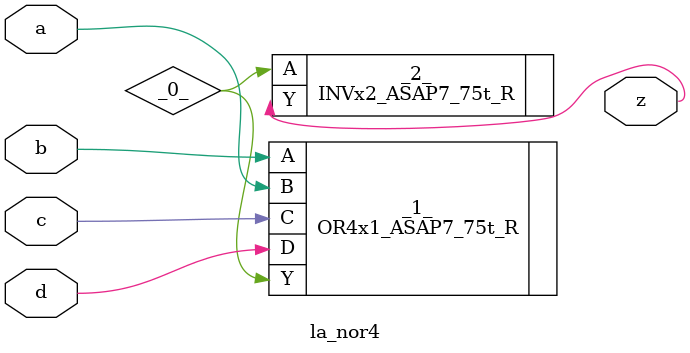
<source format=v>

/* Generated by Yosys 0.44 (git sha1 80ba43d26, g++ 11.4.0-1ubuntu1~22.04 -fPIC -O3) */

(* top =  1  *)
(* src = "inputs/la_nor4.v:10.1-22.10" *)
module la_nor4 (
    a,
    b,
    c,
    d,
    z
);
  wire _0_;
  (* src = "inputs/la_nor4.v:13.12-13.13" *)
  input a;
  wire a;
  (* src = "inputs/la_nor4.v:14.12-14.13" *)
  input b;
  wire b;
  (* src = "inputs/la_nor4.v:15.12-15.13" *)
  input c;
  wire c;
  (* src = "inputs/la_nor4.v:16.12-16.13" *)
  input d;
  wire d;
  (* src = "inputs/la_nor4.v:17.12-17.13" *)
  output z;
  wire z;
  OR4x1_ASAP7_75t_R _1_ (
      .A(b),
      .B(a),
      .C(c),
      .D(d),
      .Y(_0_)
  );
  INVx2_ASAP7_75t_R _2_ (
      .A(_0_),
      .Y(z)
  );
endmodule

</source>
